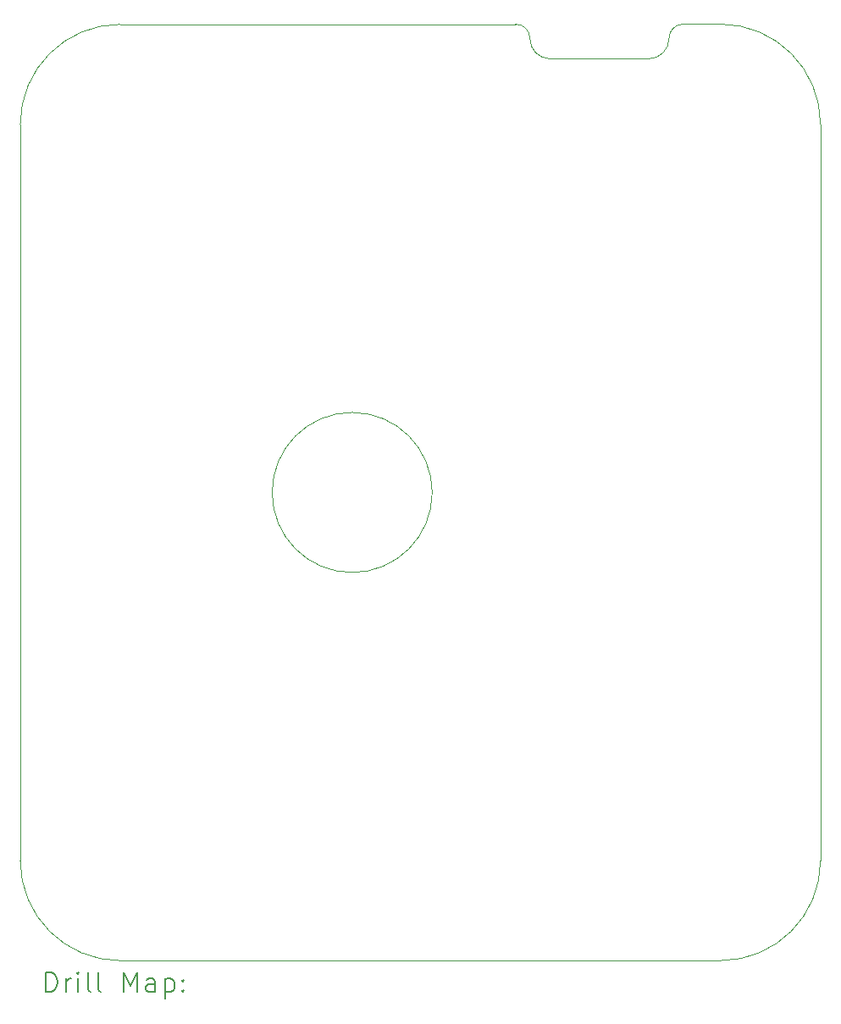
<source format=gbr>
%TF.GenerationSoftware,KiCad,Pcbnew,(6.0.10)*%
%TF.CreationDate,2023-01-02T18:32:18-08:00*%
%TF.ProjectId,Telemetry_KiCAD_Project,54656c65-6d65-4747-9279-5f4b69434144,3*%
%TF.SameCoordinates,Original*%
%TF.FileFunction,Drillmap*%
%TF.FilePolarity,Positive*%
%FSLAX45Y45*%
G04 Gerber Fmt 4.5, Leading zero omitted, Abs format (unit mm)*
G04 Created by KiCad (PCBNEW (6.0.10)) date 2023-01-02 18:32:18*
%MOMM*%
%LPD*%
G01*
G04 APERTURE LIST*
%ADD10C,0.050000*%
%ADD11C,0.200000*%
G04 APERTURE END LIST*
D10*
X15000000Y-14360000D02*
G75*
G03*
X16000000Y-13360000I0J1000000D01*
G01*
X8000000Y-13360000D02*
G75*
G03*
X9000000Y-14360000I1000000J0D01*
G01*
X13095000Y-5141421D02*
G75*
G03*
X13295000Y-5345000I201790J-1789D01*
G01*
X16000000Y-6000000D02*
X16000000Y-13360000D01*
X16000002Y-6000000D02*
G75*
G03*
X15000000Y-4998000I-1002002J0D01*
G01*
X8000000Y-13360000D02*
X8000000Y-6000000D01*
X15000000Y-14360000D02*
X9000000Y-14360000D01*
X9000000Y-5000000D02*
G75*
G03*
X8000000Y-6000000I0J-1000000D01*
G01*
X13295000Y-5345000D02*
X14285000Y-5345000D01*
X14626000Y-4998007D02*
G75*
G03*
X14485000Y-5141421I2220J-143203D01*
G01*
X14285000Y-5345000D02*
G75*
G03*
X14485000Y-5141421I-1790J201790D01*
G01*
X9000000Y-5000000D02*
X12953087Y-4998789D01*
X14626000Y-4998000D02*
X15000000Y-4998000D01*
X13094998Y-5141421D02*
G75*
G03*
X12953087Y-4998789I-141698J931D01*
G01*
X12118000Y-9680000D02*
G75*
G03*
X12118000Y-9680000I-800000J0D01*
G01*
D11*
X8255119Y-14672976D02*
X8255119Y-14472976D01*
X8302738Y-14472976D01*
X8331309Y-14482500D01*
X8350357Y-14501548D01*
X8359881Y-14520595D01*
X8369405Y-14558690D01*
X8369405Y-14587262D01*
X8359881Y-14625357D01*
X8350357Y-14644405D01*
X8331309Y-14663452D01*
X8302738Y-14672976D01*
X8255119Y-14672976D01*
X8455119Y-14672976D02*
X8455119Y-14539643D01*
X8455119Y-14577738D02*
X8464643Y-14558690D01*
X8474167Y-14549167D01*
X8493214Y-14539643D01*
X8512262Y-14539643D01*
X8578929Y-14672976D02*
X8578929Y-14539643D01*
X8578929Y-14472976D02*
X8569405Y-14482500D01*
X8578929Y-14492024D01*
X8588452Y-14482500D01*
X8578929Y-14472976D01*
X8578929Y-14492024D01*
X8702738Y-14672976D02*
X8683690Y-14663452D01*
X8674167Y-14644405D01*
X8674167Y-14472976D01*
X8807500Y-14672976D02*
X8788452Y-14663452D01*
X8778929Y-14644405D01*
X8778929Y-14472976D01*
X9036071Y-14672976D02*
X9036071Y-14472976D01*
X9102738Y-14615833D01*
X9169405Y-14472976D01*
X9169405Y-14672976D01*
X9350357Y-14672976D02*
X9350357Y-14568214D01*
X9340833Y-14549167D01*
X9321786Y-14539643D01*
X9283690Y-14539643D01*
X9264643Y-14549167D01*
X9350357Y-14663452D02*
X9331310Y-14672976D01*
X9283690Y-14672976D01*
X9264643Y-14663452D01*
X9255119Y-14644405D01*
X9255119Y-14625357D01*
X9264643Y-14606309D01*
X9283690Y-14596786D01*
X9331310Y-14596786D01*
X9350357Y-14587262D01*
X9445595Y-14539643D02*
X9445595Y-14739643D01*
X9445595Y-14549167D02*
X9464643Y-14539643D01*
X9502738Y-14539643D01*
X9521786Y-14549167D01*
X9531310Y-14558690D01*
X9540833Y-14577738D01*
X9540833Y-14634881D01*
X9531310Y-14653928D01*
X9521786Y-14663452D01*
X9502738Y-14672976D01*
X9464643Y-14672976D01*
X9445595Y-14663452D01*
X9626548Y-14653928D02*
X9636071Y-14663452D01*
X9626548Y-14672976D01*
X9617024Y-14663452D01*
X9626548Y-14653928D01*
X9626548Y-14672976D01*
X9626548Y-14549167D02*
X9636071Y-14558690D01*
X9626548Y-14568214D01*
X9617024Y-14558690D01*
X9626548Y-14549167D01*
X9626548Y-14568214D01*
M02*

</source>
